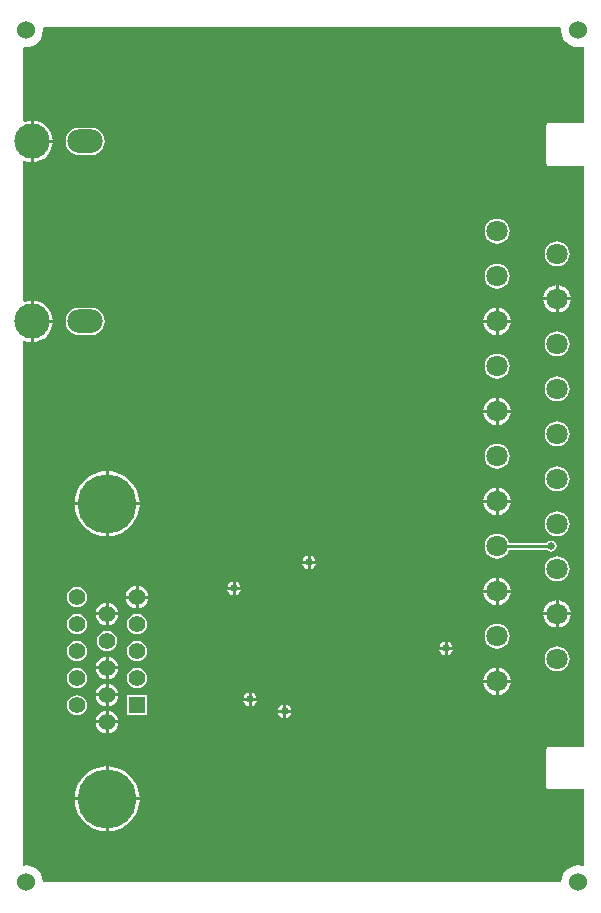
<source format=gbl>
G04*
G04 #@! TF.GenerationSoftware,Altium Limited,Altium Designer,18.1.7 (191)*
G04*
G04 Layer_Physical_Order=2*
G04 Layer_Color=16711680*
%FSLAX25Y25*%
%MOIN*%
G70*
G01*
G75*
%ADD27C,0.01000*%
%ADD31R,0.05512X0.05512*%
%ADD32C,0.05512*%
%ADD33C,0.06000*%
%ADD34C,0.07087*%
%ADD35C,0.19685*%
%ADD36O,0.11811X0.07874*%
%ADD37C,0.11811*%
%ADD38C,0.02500*%
G36*
X186434Y292624D02*
X186352Y292000D01*
X186544Y290538D01*
X187108Y289176D01*
X188006Y288006D01*
X189176Y287108D01*
X190538Y286544D01*
X192000Y286352D01*
X193462Y286544D01*
X193584Y286595D01*
X194000Y286317D01*
Y261083D01*
X182126D01*
X182007Y261033D01*
X181526D01*
Y260552D01*
X181476Y260433D01*
Y247441D01*
X181526Y247322D01*
Y246841D01*
X182007D01*
X182126Y246792D01*
X194000D01*
Y53209D01*
X182126D01*
X182007Y53159D01*
X181526D01*
Y52678D01*
X181476Y52559D01*
Y39567D01*
X181526Y39448D01*
Y38967D01*
X182007D01*
X182126Y38917D01*
X194000D01*
Y13683D01*
X193584Y13405D01*
X193462Y13456D01*
X192000Y13648D01*
X190538Y13456D01*
X189176Y12892D01*
X188006Y11994D01*
X187108Y10824D01*
X186544Y9462D01*
X186352Y8000D01*
X13648D01*
X13456Y9462D01*
X12892Y10824D01*
X11994Y11994D01*
X10824Y12892D01*
X9462Y13456D01*
X8000Y13648D01*
X7376Y13566D01*
X7000Y13896D01*
Y188275D01*
X7500Y188542D01*
X8646Y188194D01*
X9500Y188110D01*
Y195000D01*
Y201890D01*
X8646Y201806D01*
X7500Y201458D01*
X7000Y201726D01*
Y248274D01*
X7500Y248542D01*
X8646Y248194D01*
X9500Y248110D01*
Y255000D01*
Y261890D01*
X8646Y261806D01*
X7500Y261458D01*
X7000Y261725D01*
Y286104D01*
X7376Y286434D01*
X8000Y286352D01*
X9462Y286544D01*
X10824Y287108D01*
X11994Y288006D01*
X12892Y289176D01*
X13456Y290538D01*
X13648Y292000D01*
X13566Y292624D01*
X13896Y293000D01*
X186104D01*
X186434Y292624D01*
D02*
G37*
%LPC*%
G36*
X10500Y261890D02*
Y255500D01*
X16890D01*
X16806Y256354D01*
X16411Y257655D01*
X15769Y258855D01*
X14907Y259907D01*
X13855Y260770D01*
X12655Y261411D01*
X11354Y261806D01*
X10500Y261890D01*
D02*
G37*
G36*
X29669Y259576D02*
X25732D01*
X24548Y259420D01*
X23444Y258963D01*
X22497Y258236D01*
X21769Y257288D01*
X21312Y256184D01*
X21156Y255000D01*
X21312Y253816D01*
X21769Y252712D01*
X22497Y251764D01*
X23444Y251037D01*
X24548Y250580D01*
X25732Y250424D01*
X29669D01*
X30854Y250580D01*
X31957Y251037D01*
X32905Y251764D01*
X33632Y252712D01*
X34089Y253816D01*
X34245Y255000D01*
X34089Y256184D01*
X33632Y257288D01*
X32905Y258236D01*
X31957Y258963D01*
X30854Y259420D01*
X29669Y259576D01*
D02*
G37*
G36*
X16890Y254500D02*
X10500D01*
Y248110D01*
X11354Y248194D01*
X12655Y248589D01*
X13855Y249231D01*
X14907Y250093D01*
X15769Y251145D01*
X16411Y252345D01*
X16806Y253646D01*
X16890Y254500D01*
D02*
G37*
G36*
X165000Y229179D02*
X163918Y229037D01*
X162910Y228619D01*
X162045Y227955D01*
X161381Y227090D01*
X160963Y226082D01*
X160821Y225000D01*
X160963Y223918D01*
X161381Y222910D01*
X162045Y222045D01*
X162910Y221381D01*
X163918Y220963D01*
X165000Y220821D01*
X166082Y220963D01*
X167089Y221381D01*
X167955Y222045D01*
X168619Y222910D01*
X169037Y223918D01*
X169179Y225000D01*
X169037Y226082D01*
X168619Y227090D01*
X167955Y227955D01*
X167089Y228619D01*
X166082Y229037D01*
X165000Y229179D01*
D02*
G37*
G36*
X185000Y221640D02*
X183918Y221497D01*
X182911Y221080D01*
X182045Y220416D01*
X181381Y219550D01*
X180963Y218542D01*
X180821Y217461D01*
X180963Y216379D01*
X181381Y215371D01*
X182045Y214506D01*
X182911Y213842D01*
X183918Y213424D01*
X185000Y213282D01*
X186082Y213424D01*
X187090Y213842D01*
X187955Y214506D01*
X188619Y215371D01*
X189037Y216379D01*
X189179Y217461D01*
X189037Y218542D01*
X188619Y219550D01*
X187955Y220416D01*
X187090Y221080D01*
X186082Y221497D01*
X185000Y221640D01*
D02*
G37*
G36*
X165000Y214179D02*
X163918Y214037D01*
X162910Y213619D01*
X162045Y212955D01*
X161381Y212089D01*
X160963Y211082D01*
X160821Y210000D01*
X160963Y208918D01*
X161381Y207910D01*
X162045Y207045D01*
X162910Y206381D01*
X163918Y205963D01*
X165000Y205821D01*
X166082Y205963D01*
X167089Y206381D01*
X167955Y207045D01*
X168619Y207910D01*
X169037Y208918D01*
X169179Y210000D01*
X169037Y211082D01*
X168619Y212089D01*
X167955Y212955D01*
X167089Y213619D01*
X166082Y214037D01*
X165000Y214179D01*
D02*
G37*
G36*
X185500Y206977D02*
Y202961D01*
X189517D01*
X189426Y203647D01*
X188969Y204752D01*
X188240Y205701D01*
X187291Y206429D01*
X186186Y206887D01*
X185500Y206977D01*
D02*
G37*
G36*
X184500Y206977D02*
X183814Y206887D01*
X182709Y206429D01*
X181760Y205701D01*
X181031Y204752D01*
X180574Y203647D01*
X180483Y202961D01*
X184500D01*
Y206977D01*
D02*
G37*
G36*
Y201961D02*
X180483D01*
X180574Y201275D01*
X181031Y200169D01*
X181760Y199220D01*
X182709Y198492D01*
X183814Y198034D01*
X184500Y197944D01*
Y201961D01*
D02*
G37*
G36*
X189517D02*
X185500D01*
Y197944D01*
X186186Y198034D01*
X187291Y198492D01*
X188240Y199220D01*
X188969Y200169D01*
X189426Y201275D01*
X189517Y201961D01*
D02*
G37*
G36*
X10500Y201890D02*
Y195500D01*
X16890D01*
X16806Y196354D01*
X16411Y197655D01*
X15769Y198855D01*
X14907Y199907D01*
X13855Y200769D01*
X12655Y201411D01*
X11354Y201806D01*
X10500Y201890D01*
D02*
G37*
G36*
X165500Y199517D02*
Y195500D01*
X169517D01*
X169426Y196186D01*
X168969Y197291D01*
X168240Y198240D01*
X167291Y198969D01*
X166186Y199426D01*
X165500Y199517D01*
D02*
G37*
G36*
X164500D02*
X163814Y199426D01*
X162709Y198969D01*
X161760Y198240D01*
X161031Y197291D01*
X160574Y196186D01*
X160483Y195500D01*
X164500D01*
Y199517D01*
D02*
G37*
G36*
X169517Y194500D02*
X165500D01*
Y190483D01*
X166186Y190574D01*
X167291Y191031D01*
X168240Y191760D01*
X168969Y192709D01*
X169426Y193814D01*
X169517Y194500D01*
D02*
G37*
G36*
X164500D02*
X160483D01*
X160574Y193814D01*
X161031Y192709D01*
X161760Y191760D01*
X162709Y191031D01*
X163814Y190574D01*
X164500Y190483D01*
Y194500D01*
D02*
G37*
G36*
X29669Y199576D02*
X25732D01*
X24548Y199420D01*
X23444Y198963D01*
X22497Y198236D01*
X21769Y197288D01*
X21312Y196184D01*
X21156Y195000D01*
X21312Y193816D01*
X21769Y192712D01*
X22497Y191764D01*
X23444Y191037D01*
X24548Y190580D01*
X25732Y190424D01*
X29669D01*
X30854Y190580D01*
X31957Y191037D01*
X32905Y191764D01*
X33632Y192712D01*
X34089Y193816D01*
X34245Y195000D01*
X34089Y196184D01*
X33632Y197288D01*
X32905Y198236D01*
X31957Y198963D01*
X30854Y199420D01*
X29669Y199576D01*
D02*
G37*
G36*
X16890Y194500D02*
X10500D01*
Y188110D01*
X11354Y188194D01*
X12655Y188589D01*
X13855Y189231D01*
X14907Y190093D01*
X15769Y191145D01*
X16411Y192345D01*
X16806Y193646D01*
X16890Y194500D01*
D02*
G37*
G36*
X185000Y191640D02*
X183918Y191497D01*
X182911Y191080D01*
X182045Y190416D01*
X181381Y189550D01*
X180963Y188542D01*
X180821Y187461D01*
X180963Y186379D01*
X181381Y185371D01*
X182045Y184506D01*
X182911Y183842D01*
X183918Y183424D01*
X185000Y183282D01*
X186082Y183424D01*
X187090Y183842D01*
X187955Y184506D01*
X188619Y185371D01*
X189037Y186379D01*
X189179Y187461D01*
X189037Y188542D01*
X188619Y189550D01*
X187955Y190416D01*
X187090Y191080D01*
X186082Y191497D01*
X185000Y191640D01*
D02*
G37*
G36*
X165000Y184179D02*
X163918Y184037D01*
X162910Y183619D01*
X162045Y182955D01*
X161381Y182089D01*
X160963Y181082D01*
X160821Y180000D01*
X160963Y178918D01*
X161381Y177910D01*
X162045Y177045D01*
X162910Y176381D01*
X163918Y175963D01*
X165000Y175821D01*
X166082Y175963D01*
X167089Y176381D01*
X167955Y177045D01*
X168619Y177910D01*
X169037Y178918D01*
X169179Y180000D01*
X169037Y181082D01*
X168619Y182089D01*
X167955Y182955D01*
X167089Y183619D01*
X166082Y184037D01*
X165000Y184179D01*
D02*
G37*
G36*
X185000Y176640D02*
X183918Y176497D01*
X182911Y176080D01*
X182045Y175416D01*
X181381Y174550D01*
X180963Y173542D01*
X180821Y172461D01*
X180963Y171379D01*
X181381Y170371D01*
X182045Y169506D01*
X182911Y168842D01*
X183918Y168424D01*
X185000Y168282D01*
X186082Y168424D01*
X187090Y168842D01*
X187955Y169506D01*
X188619Y170371D01*
X189037Y171379D01*
X189179Y172461D01*
X189037Y173542D01*
X188619Y174550D01*
X187955Y175416D01*
X187090Y176080D01*
X186082Y176497D01*
X185000Y176640D01*
D02*
G37*
G36*
X165500Y169517D02*
Y165500D01*
X169517D01*
X169426Y166186D01*
X168969Y167291D01*
X168240Y168240D01*
X167291Y168969D01*
X166186Y169426D01*
X165500Y169517D01*
D02*
G37*
G36*
X164500D02*
X163814Y169426D01*
X162709Y168969D01*
X161760Y168240D01*
X161031Y167291D01*
X160574Y166186D01*
X160483Y165500D01*
X164500D01*
Y169517D01*
D02*
G37*
G36*
X169517Y164500D02*
X165500D01*
Y160483D01*
X166186Y160574D01*
X167291Y161031D01*
X168240Y161760D01*
X168969Y162709D01*
X169426Y163814D01*
X169517Y164500D01*
D02*
G37*
G36*
X164500D02*
X160483D01*
X160574Y163814D01*
X161031Y162709D01*
X161760Y161760D01*
X162709Y161031D01*
X163814Y160574D01*
X164500Y160483D01*
Y164500D01*
D02*
G37*
G36*
X185000Y161640D02*
X183918Y161497D01*
X182911Y161080D01*
X182045Y160416D01*
X181381Y159550D01*
X180963Y158542D01*
X180821Y157461D01*
X180963Y156379D01*
X181381Y155371D01*
X182045Y154506D01*
X182911Y153841D01*
X183918Y153424D01*
X185000Y153282D01*
X186082Y153424D01*
X187090Y153841D01*
X187955Y154506D01*
X188619Y155371D01*
X189037Y156379D01*
X189179Y157461D01*
X189037Y158542D01*
X188619Y159550D01*
X187955Y160416D01*
X187090Y161080D01*
X186082Y161497D01*
X185000Y161640D01*
D02*
G37*
G36*
X165000Y154179D02*
X163918Y154037D01*
X162910Y153619D01*
X162045Y152955D01*
X161381Y152090D01*
X160963Y151082D01*
X160821Y150000D01*
X160963Y148918D01*
X161381Y147910D01*
X162045Y147045D01*
X162910Y146381D01*
X163918Y145963D01*
X165000Y145821D01*
X166082Y145963D01*
X167089Y146381D01*
X167955Y147045D01*
X168619Y147910D01*
X169037Y148918D01*
X169179Y150000D01*
X169037Y151082D01*
X168619Y152090D01*
X167955Y152955D01*
X167089Y153619D01*
X166082Y154037D01*
X165000Y154179D01*
D02*
G37*
G36*
X185000Y146640D02*
X183918Y146497D01*
X182911Y146080D01*
X182045Y145416D01*
X181381Y144550D01*
X180963Y143542D01*
X180821Y142461D01*
X180963Y141379D01*
X181381Y140371D01*
X182045Y139506D01*
X182911Y138841D01*
X183918Y138424D01*
X185000Y138282D01*
X186082Y138424D01*
X187090Y138841D01*
X187955Y139506D01*
X188619Y140371D01*
X189037Y141379D01*
X189179Y142461D01*
X189037Y143542D01*
X188619Y144550D01*
X187955Y145416D01*
X187090Y146080D01*
X186082Y146497D01*
X185000Y146640D01*
D02*
G37*
G36*
X165500Y139517D02*
Y135500D01*
X169517D01*
X169426Y136186D01*
X168969Y137291D01*
X168240Y138240D01*
X167291Y138969D01*
X166186Y139426D01*
X165500Y139517D01*
D02*
G37*
G36*
X164500D02*
X163814Y139426D01*
X162709Y138969D01*
X161760Y138240D01*
X161031Y137291D01*
X160574Y136186D01*
X160483Y135500D01*
X164500D01*
Y139517D01*
D02*
G37*
G36*
X35500Y145030D02*
Y134693D01*
X45837D01*
X45742Y135894D01*
X45344Y137554D01*
X44691Y139130D01*
X43799Y140586D01*
X42691Y141883D01*
X41393Y142992D01*
X39938Y143884D01*
X38361Y144537D01*
X36701Y144935D01*
X35500Y145030D01*
D02*
G37*
G36*
X34500D02*
X33299Y144935D01*
X31639Y144537D01*
X30062Y143884D01*
X28607Y142992D01*
X27310Y141883D01*
X26201Y140586D01*
X25309Y139130D01*
X24656Y137554D01*
X24258Y135894D01*
X24163Y134693D01*
X34500D01*
Y145030D01*
D02*
G37*
G36*
X169517Y134500D02*
X165500D01*
Y130483D01*
X166186Y130574D01*
X167291Y131031D01*
X168240Y131760D01*
X168969Y132709D01*
X169426Y133814D01*
X169517Y134500D01*
D02*
G37*
G36*
X164500D02*
X160483D01*
X160574Y133814D01*
X161031Y132709D01*
X161760Y131760D01*
X162709Y131031D01*
X163814Y130574D01*
X164500Y130483D01*
Y134500D01*
D02*
G37*
G36*
X34500Y133693D02*
X24163D01*
X24258Y132492D01*
X24656Y130832D01*
X25309Y129255D01*
X26201Y127800D01*
X27310Y126502D01*
X28607Y125394D01*
X30062Y124502D01*
X31639Y123849D01*
X33299Y123451D01*
X34500Y123356D01*
Y133693D01*
D02*
G37*
G36*
X45837D02*
X35500D01*
Y123356D01*
X36701Y123451D01*
X38361Y123849D01*
X39938Y124502D01*
X41393Y125394D01*
X42691Y126502D01*
X43799Y127800D01*
X44691Y129255D01*
X45344Y130832D01*
X45742Y132492D01*
X45837Y133693D01*
D02*
G37*
G36*
X185000Y131640D02*
X183918Y131497D01*
X182911Y131080D01*
X182045Y130416D01*
X181381Y129550D01*
X180963Y128542D01*
X180821Y127461D01*
X180963Y126379D01*
X181381Y125371D01*
X182045Y124506D01*
X182911Y123842D01*
X183918Y123424D01*
X185000Y123282D01*
X186082Y123424D01*
X187090Y123842D01*
X187955Y124506D01*
X188619Y125371D01*
X189037Y126379D01*
X189179Y127461D01*
X189037Y128542D01*
X188619Y129550D01*
X187955Y130416D01*
X187090Y131080D01*
X186082Y131497D01*
X185000Y131640D01*
D02*
G37*
G36*
X165000Y124179D02*
X163918Y124037D01*
X162910Y123619D01*
X162045Y122955D01*
X161381Y122090D01*
X160963Y121082D01*
X160821Y120000D01*
X160963Y118918D01*
X161381Y117911D01*
X162045Y117045D01*
X162910Y116381D01*
X163918Y115963D01*
X165000Y115821D01*
X166082Y115963D01*
X167089Y116381D01*
X167955Y117045D01*
X168619Y117911D01*
X169020Y118878D01*
X181524D01*
X181666Y118666D01*
X182278Y118257D01*
X183000Y118114D01*
X183722Y118257D01*
X184334Y118666D01*
X184743Y119278D01*
X184886Y120000D01*
X184743Y120722D01*
X184334Y121334D01*
X183722Y121743D01*
X183000Y121886D01*
X182278Y121743D01*
X181666Y121334D01*
X181524Y121122D01*
X169020D01*
X168619Y122090D01*
X167955Y122955D01*
X167089Y123619D01*
X166082Y124037D01*
X165000Y124179D01*
D02*
G37*
G36*
X102842Y116852D02*
Y115157D01*
X104537D01*
X104462Y115535D01*
X103965Y116280D01*
X103220Y116777D01*
X102842Y116852D01*
D02*
G37*
G36*
X101842D02*
X101465Y116777D01*
X100720Y116280D01*
X100223Y115535D01*
X100148Y115157D01*
X101842D01*
Y116852D01*
D02*
G37*
G36*
X104537Y114157D02*
X102842D01*
Y112463D01*
X103220Y112538D01*
X103965Y113035D01*
X104462Y113780D01*
X104537Y114157D01*
D02*
G37*
G36*
X101842D02*
X100148D01*
X100223Y113780D01*
X100720Y113035D01*
X101465Y112538D01*
X101842Y112463D01*
Y114157D01*
D02*
G37*
G36*
X185000Y116640D02*
X183918Y116497D01*
X182911Y116080D01*
X182045Y115416D01*
X181381Y114550D01*
X180963Y113542D01*
X180821Y112461D01*
X180963Y111379D01*
X181381Y110371D01*
X182045Y109506D01*
X182911Y108842D01*
X183918Y108424D01*
X185000Y108282D01*
X186082Y108424D01*
X187090Y108842D01*
X187955Y109506D01*
X188619Y110371D01*
X189037Y111379D01*
X189179Y112461D01*
X189037Y113542D01*
X188619Y114550D01*
X187955Y115416D01*
X187090Y116080D01*
X186082Y116497D01*
X185000Y116640D01*
D02*
G37*
G36*
X77842Y108195D02*
Y106500D01*
X79537D01*
X79462Y106878D01*
X78965Y107622D01*
X78220Y108119D01*
X77842Y108195D01*
D02*
G37*
G36*
X76842D02*
X76465Y108119D01*
X75720Y107622D01*
X75223Y106878D01*
X75148Y106500D01*
X76842D01*
Y108195D01*
D02*
G37*
G36*
X165500Y109517D02*
Y105500D01*
X169517D01*
X169426Y106186D01*
X168969Y107291D01*
X168240Y108240D01*
X167291Y108969D01*
X166186Y109426D01*
X165500Y109517D01*
D02*
G37*
G36*
X164500D02*
X163814Y109426D01*
X162709Y108969D01*
X161760Y108240D01*
X161031Y107291D01*
X160574Y106186D01*
X160483Y105500D01*
X164500D01*
Y109517D01*
D02*
G37*
G36*
X79537Y105500D02*
X77842D01*
Y103805D01*
X78220Y103881D01*
X78965Y104378D01*
X79462Y105122D01*
X79537Y105500D01*
D02*
G37*
G36*
X76842D02*
X75148D01*
X75223Y105122D01*
X75720Y104378D01*
X76465Y103881D01*
X76842Y103805D01*
Y105500D01*
D02*
G37*
G36*
X45500Y106754D02*
Y103532D01*
X48722D01*
X48659Y104012D01*
X48281Y104926D01*
X47679Y105710D01*
X46894Y106312D01*
X45981Y106691D01*
X45500Y106754D01*
D02*
G37*
G36*
X44500D02*
X44019Y106691D01*
X43106Y106312D01*
X42321Y105710D01*
X41719Y104926D01*
X41341Y104012D01*
X41278Y103532D01*
X44500D01*
Y106754D01*
D02*
G37*
G36*
X169517Y104500D02*
X165500D01*
Y100483D01*
X166186Y100574D01*
X167291Y101031D01*
X168240Y101760D01*
X168969Y102709D01*
X169426Y103814D01*
X169517Y104500D01*
D02*
G37*
G36*
X164500D02*
X160483D01*
X160574Y103814D01*
X161031Y102709D01*
X161760Y101760D01*
X162709Y101031D01*
X163814Y100574D01*
X164500Y100483D01*
Y104500D01*
D02*
G37*
G36*
X25000Y106416D02*
X24124Y106301D01*
X23308Y105963D01*
X22606Y105425D01*
X22069Y104724D01*
X21731Y103908D01*
X21615Y103032D01*
X21731Y102155D01*
X22069Y101339D01*
X22606Y100638D01*
X23308Y100100D01*
X24124Y99762D01*
X25000Y99647D01*
X25876Y99762D01*
X26692Y100100D01*
X27393Y100638D01*
X27931Y101339D01*
X28269Y102155D01*
X28385Y103032D01*
X28269Y103908D01*
X27931Y104724D01*
X27393Y105425D01*
X26692Y105963D01*
X25876Y106301D01*
X25000Y106416D01*
D02*
G37*
G36*
X48722Y102532D02*
X45500D01*
Y99309D01*
X45981Y99372D01*
X46894Y99751D01*
X47679Y100353D01*
X48281Y101137D01*
X48659Y102051D01*
X48722Y102532D01*
D02*
G37*
G36*
X44500D02*
X41278D01*
X41341Y102051D01*
X41719Y101137D01*
X42321Y100353D01*
X43106Y99751D01*
X44019Y99372D01*
X44500Y99309D01*
Y102532D01*
D02*
G37*
G36*
X35500Y101242D02*
Y98020D01*
X38723D01*
X38659Y98500D01*
X38281Y99414D01*
X37679Y100198D01*
X36894Y100801D01*
X35980Y101179D01*
X35500Y101242D01*
D02*
G37*
G36*
X34500D02*
X34020Y101179D01*
X33106Y100801D01*
X32321Y100198D01*
X31719Y99414D01*
X31341Y98500D01*
X31277Y98020D01*
X34500D01*
Y101242D01*
D02*
G37*
G36*
X185500Y101977D02*
Y97961D01*
X189517D01*
X189426Y98647D01*
X188969Y99752D01*
X188240Y100701D01*
X187291Y101429D01*
X186186Y101887D01*
X185500Y101977D01*
D02*
G37*
G36*
X184500Y101977D02*
X183814Y101887D01*
X182709Y101429D01*
X181760Y100701D01*
X181031Y99752D01*
X180574Y98647D01*
X180483Y97961D01*
X184500D01*
Y101977D01*
D02*
G37*
G36*
X38723Y97020D02*
X35500D01*
Y93797D01*
X35980Y93861D01*
X36894Y94239D01*
X37679Y94841D01*
X38281Y95626D01*
X38659Y96539D01*
X38723Y97020D01*
D02*
G37*
G36*
X34500D02*
X31277D01*
X31341Y96539D01*
X31719Y95626D01*
X32321Y94841D01*
X33106Y94239D01*
X34020Y93861D01*
X34500Y93797D01*
Y97020D01*
D02*
G37*
G36*
X184500Y96961D02*
X180483D01*
X180574Y96275D01*
X181031Y95169D01*
X181760Y94220D01*
X182709Y93492D01*
X183814Y93034D01*
X184500Y92944D01*
Y96961D01*
D02*
G37*
G36*
X189517D02*
X185500D01*
Y92944D01*
X186186Y93034D01*
X187291Y93492D01*
X188240Y94220D01*
X188969Y95169D01*
X189426Y96275D01*
X189517Y96961D01*
D02*
G37*
G36*
X45000Y97401D02*
X44124Y97285D01*
X43308Y96947D01*
X42606Y96409D01*
X42069Y95708D01*
X41730Y94892D01*
X41615Y94016D01*
X41730Y93140D01*
X42069Y92323D01*
X42606Y91622D01*
X43308Y91084D01*
X44124Y90746D01*
X45000Y90631D01*
X45876Y90746D01*
X46692Y91084D01*
X47394Y91622D01*
X47931Y92323D01*
X48270Y93140D01*
X48385Y94016D01*
X48270Y94892D01*
X47931Y95708D01*
X47394Y96409D01*
X46692Y96947D01*
X45876Y97285D01*
X45000Y97401D01*
D02*
G37*
G36*
X25000D02*
X24124Y97285D01*
X23308Y96947D01*
X22606Y96409D01*
X22069Y95708D01*
X21731Y94892D01*
X21615Y94016D01*
X21731Y93140D01*
X22069Y92323D01*
X22606Y91622D01*
X23308Y91084D01*
X24124Y90746D01*
X25000Y90631D01*
X25876Y90746D01*
X26692Y91084D01*
X27393Y91622D01*
X27931Y92323D01*
X28269Y93140D01*
X28385Y94016D01*
X28269Y94892D01*
X27931Y95708D01*
X27393Y96409D01*
X26692Y96947D01*
X25876Y97285D01*
X25000Y97401D01*
D02*
G37*
G36*
X148500Y88195D02*
Y86500D01*
X150195D01*
X150119Y86878D01*
X149622Y87622D01*
X148878Y88119D01*
X148500Y88195D01*
D02*
G37*
G36*
X147500D02*
X147122Y88119D01*
X146378Y87622D01*
X145880Y86878D01*
X145805Y86500D01*
X147500D01*
Y88195D01*
D02*
G37*
G36*
X165000Y94179D02*
X163918Y94037D01*
X162910Y93619D01*
X162045Y92955D01*
X161381Y92089D01*
X160963Y91082D01*
X160821Y90000D01*
X160963Y88918D01*
X161381Y87910D01*
X162045Y87045D01*
X162910Y86381D01*
X163918Y85963D01*
X165000Y85821D01*
X166082Y85963D01*
X167089Y86381D01*
X167955Y87045D01*
X168619Y87910D01*
X169037Y88918D01*
X169179Y90000D01*
X169037Y91082D01*
X168619Y92089D01*
X167955Y92955D01*
X167089Y93619D01*
X166082Y94037D01*
X165000Y94179D01*
D02*
G37*
G36*
X35000Y91889D02*
X34124Y91773D01*
X33308Y91435D01*
X32607Y90897D01*
X32069Y90196D01*
X31730Y89380D01*
X31615Y88504D01*
X31730Y87628D01*
X32069Y86812D01*
X32607Y86111D01*
X33308Y85573D01*
X34124Y85234D01*
X35000Y85119D01*
X35876Y85234D01*
X36692Y85573D01*
X37394Y86111D01*
X37931Y86812D01*
X38269Y87628D01*
X38385Y88504D01*
X38269Y89380D01*
X37931Y90196D01*
X37394Y90897D01*
X36692Y91435D01*
X35876Y91773D01*
X35000Y91889D01*
D02*
G37*
G36*
X150195Y85500D02*
X148500D01*
Y83805D01*
X148878Y83881D01*
X149622Y84378D01*
X150119Y85122D01*
X150195Y85500D01*
D02*
G37*
G36*
X147500D02*
X145805D01*
X145880Y85122D01*
X146378Y84378D01*
X147122Y83881D01*
X147500Y83805D01*
Y85500D01*
D02*
G37*
G36*
X45000Y88385D02*
X44124Y88270D01*
X43308Y87931D01*
X42606Y87393D01*
X42069Y86692D01*
X41730Y85876D01*
X41615Y85000D01*
X41730Y84124D01*
X42069Y83308D01*
X42606Y82607D01*
X43308Y82069D01*
X44124Y81731D01*
X45000Y81615D01*
X45876Y81731D01*
X46692Y82069D01*
X47394Y82607D01*
X47931Y83308D01*
X48270Y84124D01*
X48385Y85000D01*
X48270Y85876D01*
X47931Y86692D01*
X47394Y87393D01*
X46692Y87931D01*
X45876Y88270D01*
X45000Y88385D01*
D02*
G37*
G36*
X25000D02*
X24124Y88270D01*
X23308Y87931D01*
X22606Y87393D01*
X22069Y86692D01*
X21731Y85876D01*
X21615Y85000D01*
X21731Y84124D01*
X22069Y83308D01*
X22606Y82607D01*
X23308Y82069D01*
X24124Y81731D01*
X25000Y81615D01*
X25876Y81731D01*
X26692Y82069D01*
X27393Y82607D01*
X27931Y83308D01*
X28269Y84124D01*
X28385Y85000D01*
X28269Y85876D01*
X27931Y86692D01*
X27393Y87393D01*
X26692Y87931D01*
X25876Y88270D01*
X25000Y88385D01*
D02*
G37*
G36*
X35500Y83211D02*
Y79988D01*
X38723D01*
X38659Y80469D01*
X38281Y81382D01*
X37679Y82167D01*
X36894Y82769D01*
X35980Y83147D01*
X35500Y83211D01*
D02*
G37*
G36*
X34500D02*
X34020Y83147D01*
X33106Y82769D01*
X32321Y82167D01*
X31719Y81382D01*
X31341Y80469D01*
X31277Y79988D01*
X34500D01*
Y83211D01*
D02*
G37*
G36*
X185000Y86640D02*
X183918Y86497D01*
X182911Y86080D01*
X182045Y85416D01*
X181381Y84550D01*
X180963Y83542D01*
X180821Y82461D01*
X180963Y81379D01*
X181381Y80371D01*
X182045Y79506D01*
X182911Y78842D01*
X183918Y78424D01*
X185000Y78282D01*
X186082Y78424D01*
X187090Y78842D01*
X187955Y79506D01*
X188619Y80371D01*
X189037Y81379D01*
X189179Y82461D01*
X189037Y83542D01*
X188619Y84550D01*
X187955Y85416D01*
X187090Y86080D01*
X186082Y86497D01*
X185000Y86640D01*
D02*
G37*
G36*
X38723Y78988D02*
X35500D01*
Y75766D01*
X35980Y75829D01*
X36894Y76207D01*
X37679Y76810D01*
X38281Y77594D01*
X38659Y78508D01*
X38723Y78988D01*
D02*
G37*
G36*
X34500D02*
X31277D01*
X31341Y78508D01*
X31719Y77594D01*
X32321Y76810D01*
X33106Y76207D01*
X34020Y75829D01*
X34500Y75766D01*
Y78988D01*
D02*
G37*
G36*
X165500Y79517D02*
Y75500D01*
X169517D01*
X169426Y76186D01*
X168969Y77291D01*
X168240Y78240D01*
X167291Y78969D01*
X166186Y79426D01*
X165500Y79517D01*
D02*
G37*
G36*
X164500D02*
X163814Y79426D01*
X162709Y78969D01*
X161760Y78240D01*
X161031Y77291D01*
X160574Y76186D01*
X160483Y75500D01*
X164500D01*
Y79517D01*
D02*
G37*
G36*
X45000Y79369D02*
X44124Y79254D01*
X43308Y78916D01*
X42606Y78378D01*
X42069Y77677D01*
X41730Y76860D01*
X41615Y75984D01*
X41730Y75108D01*
X42069Y74292D01*
X42606Y73591D01*
X43308Y73053D01*
X44124Y72715D01*
X45000Y72599D01*
X45876Y72715D01*
X46692Y73053D01*
X47394Y73591D01*
X47931Y74292D01*
X48270Y75108D01*
X48385Y75984D01*
X48270Y76860D01*
X47931Y77677D01*
X47394Y78378D01*
X46692Y78916D01*
X45876Y79254D01*
X45000Y79369D01*
D02*
G37*
G36*
X25000D02*
X24124Y79254D01*
X23308Y78916D01*
X22606Y78378D01*
X22069Y77677D01*
X21731Y76860D01*
X21615Y75984D01*
X21731Y75108D01*
X22069Y74292D01*
X22606Y73591D01*
X23308Y73053D01*
X24124Y72715D01*
X25000Y72599D01*
X25876Y72715D01*
X26692Y73053D01*
X27393Y73591D01*
X27931Y74292D01*
X28269Y75108D01*
X28385Y75984D01*
X28269Y76860D01*
X27931Y77677D01*
X27393Y78378D01*
X26692Y78916D01*
X25876Y79254D01*
X25000Y79369D01*
D02*
G37*
G36*
X35500Y74195D02*
Y70972D01*
X38723D01*
X38659Y71453D01*
X38281Y72367D01*
X37679Y73151D01*
X36894Y73753D01*
X35980Y74132D01*
X35500Y74195D01*
D02*
G37*
G36*
X34500D02*
X34020Y74132D01*
X33106Y73753D01*
X32321Y73151D01*
X31719Y72367D01*
X31341Y71453D01*
X31277Y70972D01*
X34500D01*
Y74195D01*
D02*
G37*
G36*
X169517Y74500D02*
X165500D01*
Y70483D01*
X166186Y70574D01*
X167291Y71031D01*
X168240Y71760D01*
X168969Y72709D01*
X169426Y73814D01*
X169517Y74500D01*
D02*
G37*
G36*
X164500D02*
X160483D01*
X160574Y73814D01*
X161031Y72709D01*
X161760Y71760D01*
X162709Y71031D01*
X163814Y70574D01*
X164500Y70483D01*
Y74500D01*
D02*
G37*
G36*
X83157Y71195D02*
Y69500D01*
X84852D01*
X84777Y69878D01*
X84280Y70622D01*
X83535Y71119D01*
X83157Y71195D01*
D02*
G37*
G36*
X82157D02*
X81780Y71119D01*
X81035Y70622D01*
X80538Y69878D01*
X80463Y69500D01*
X82157D01*
Y71195D01*
D02*
G37*
G36*
X84852Y68500D02*
X83157D01*
Y66805D01*
X83535Y66881D01*
X84280Y67378D01*
X84777Y68122D01*
X84852Y68500D01*
D02*
G37*
G36*
X82157D02*
X80463D01*
X80538Y68122D01*
X81035Y67378D01*
X81780Y66881D01*
X82157Y66805D01*
Y68500D01*
D02*
G37*
G36*
X38723Y69972D02*
X35500D01*
Y66750D01*
X35980Y66813D01*
X36894Y67192D01*
X37679Y67794D01*
X38281Y68578D01*
X38659Y69492D01*
X38723Y69972D01*
D02*
G37*
G36*
X34500D02*
X31277D01*
X31341Y69492D01*
X31719Y68578D01*
X32321Y67794D01*
X33106Y67192D01*
X34020Y66813D01*
X34500Y66750D01*
Y69972D01*
D02*
G37*
G36*
X94772Y67195D02*
Y65500D01*
X96466D01*
X96391Y65878D01*
X95894Y66622D01*
X95150Y67119D01*
X94772Y67195D01*
D02*
G37*
G36*
X93772D02*
X93394Y67119D01*
X92650Y66622D01*
X92152Y65878D01*
X92077Y65500D01*
X93772D01*
Y67195D01*
D02*
G37*
G36*
X48356Y70324D02*
X41644D01*
Y63613D01*
X48356D01*
Y70324D01*
D02*
G37*
G36*
X25000Y70353D02*
X24124Y70238D01*
X23308Y69900D01*
X22606Y69362D01*
X22069Y68661D01*
X21731Y67845D01*
X21615Y66969D01*
X21731Y66092D01*
X22069Y65276D01*
X22606Y64575D01*
X23308Y64037D01*
X24124Y63699D01*
X25000Y63584D01*
X25876Y63699D01*
X26692Y64037D01*
X27393Y64575D01*
X27931Y65276D01*
X28269Y66092D01*
X28385Y66969D01*
X28269Y67845D01*
X27931Y68661D01*
X27393Y69362D01*
X26692Y69900D01*
X25876Y70238D01*
X25000Y70353D01*
D02*
G37*
G36*
X96466Y64500D02*
X94772D01*
Y62805D01*
X95150Y62881D01*
X95894Y63378D01*
X96391Y64122D01*
X96466Y64500D01*
D02*
G37*
G36*
X93772D02*
X92077D01*
X92152Y64122D01*
X92650Y63378D01*
X93394Y62881D01*
X93772Y62805D01*
Y64500D01*
D02*
G37*
G36*
X35500Y65179D02*
Y61957D01*
X38723D01*
X38659Y62437D01*
X38281Y63351D01*
X37679Y64135D01*
X36894Y64737D01*
X35980Y65116D01*
X35500Y65179D01*
D02*
G37*
G36*
X34500D02*
X34020Y65116D01*
X33106Y64737D01*
X32321Y64135D01*
X31719Y63351D01*
X31341Y62437D01*
X31277Y61957D01*
X34500D01*
Y65179D01*
D02*
G37*
G36*
X38723Y60957D02*
X35500D01*
Y57734D01*
X35980Y57797D01*
X36894Y58176D01*
X37679Y58778D01*
X38281Y59562D01*
X38659Y60476D01*
X38723Y60957D01*
D02*
G37*
G36*
X34500D02*
X31277D01*
X31341Y60476D01*
X31719Y59562D01*
X32321Y58778D01*
X33106Y58176D01*
X34020Y57797D01*
X34500Y57734D01*
Y60957D01*
D02*
G37*
G36*
X35500Y46644D02*
Y36307D01*
X45837D01*
X45742Y37508D01*
X45344Y39168D01*
X44691Y40745D01*
X43799Y42200D01*
X42691Y43498D01*
X41393Y44606D01*
X39938Y45498D01*
X38361Y46151D01*
X36701Y46549D01*
X35500Y46644D01*
D02*
G37*
G36*
X34500D02*
X33299Y46549D01*
X31639Y46151D01*
X30062Y45498D01*
X28607Y44606D01*
X27310Y43498D01*
X26201Y42200D01*
X25309Y40745D01*
X24656Y39168D01*
X24258Y37508D01*
X24163Y36307D01*
X34500D01*
Y46644D01*
D02*
G37*
G36*
Y35307D02*
X24163D01*
X24258Y34106D01*
X24656Y32446D01*
X25309Y30869D01*
X26201Y29414D01*
X27310Y28117D01*
X28607Y27008D01*
X30062Y26116D01*
X31639Y25463D01*
X33299Y25065D01*
X34500Y24970D01*
Y35307D01*
D02*
G37*
G36*
X45837D02*
X35500D01*
Y24970D01*
X36701Y25065D01*
X38361Y25463D01*
X39938Y26116D01*
X41393Y27008D01*
X42691Y28117D01*
X43799Y29414D01*
X44691Y30869D01*
X45344Y32446D01*
X45742Y34106D01*
X45837Y35307D01*
D02*
G37*
%LPD*%
D27*
X165000Y120000D02*
X183000D01*
D31*
X45000Y66969D02*
D03*
D32*
Y75984D02*
D03*
Y85000D02*
D03*
X25000D02*
D03*
Y94016D02*
D03*
Y66969D02*
D03*
Y75984D02*
D03*
X45000Y94016D02*
D03*
X35000Y88504D02*
D03*
X25000Y103032D02*
D03*
X45000D02*
D03*
X35000Y61457D02*
D03*
Y70472D02*
D03*
Y79488D02*
D03*
Y97520D02*
D03*
D33*
X8000Y8000D02*
D03*
X192000D02*
D03*
Y292000D02*
D03*
X8000D02*
D03*
D34*
X165000Y225000D02*
D03*
Y210000D02*
D03*
Y180000D02*
D03*
Y195000D02*
D03*
Y135000D02*
D03*
Y120000D02*
D03*
Y150000D02*
D03*
Y165000D02*
D03*
Y105000D02*
D03*
Y75000D02*
D03*
Y90000D02*
D03*
X185000Y82461D02*
D03*
Y97461D02*
D03*
Y157461D02*
D03*
Y142461D02*
D03*
Y112461D02*
D03*
Y127461D02*
D03*
Y187461D02*
D03*
Y172461D02*
D03*
Y202461D02*
D03*
Y217461D02*
D03*
D35*
X35000Y35807D02*
D03*
Y134193D02*
D03*
D36*
X27701Y195000D02*
D03*
Y255000D02*
D03*
D37*
X10000Y195000D02*
D03*
Y255000D02*
D03*
D38*
X148000Y86000D02*
D03*
X94272Y65000D02*
D03*
X102342Y114657D02*
D03*
X82657Y69000D02*
D03*
X77342Y106000D02*
D03*
X183000Y120000D02*
D03*
M02*

</source>
